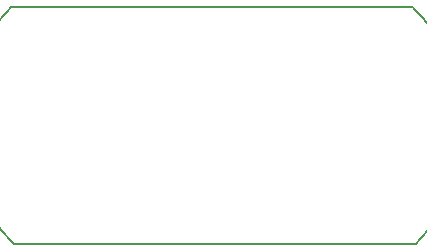
<source format=gbr>
%TF.GenerationSoftware,Altium Limited,Altium Designer,20.0.10 (225)*%
G04 Layer_Color=16711935*
%FSLAX26Y26*%
%MOIN*%
%TF.FileFunction,Other,Mechanical_1*%
%TF.Part,Single*%
G01*
G75*
%TA.AperFunction,NonConductor*%
%ADD11C,0.005984*%
D11*
X3590000Y3050000D02*
G03*
X3600000Y2260000I400000J-390000D01*
G01*
X4938583D02*
G03*
X4928583Y3050000I-400000J390000D01*
G01*
X3600000Y2260000D02*
X4938583D01*
X3590000Y3050000D02*
X4928583D01*
%TF.MD5,7becd336cad490e4e8b90e2b096a3920*%
M02*

</source>
